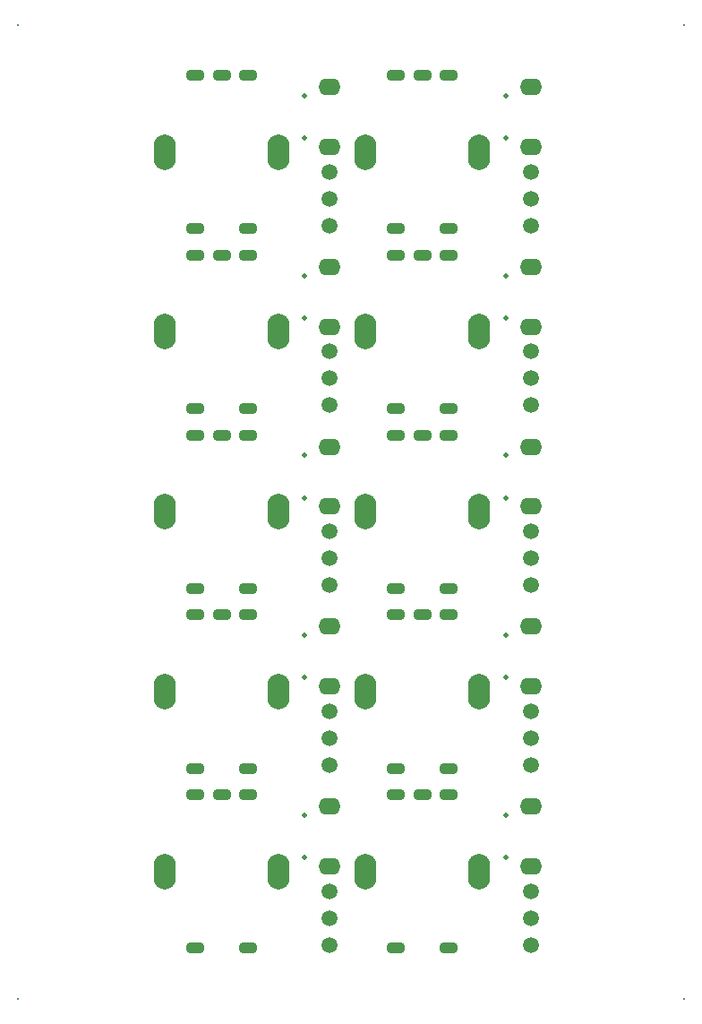
<source format=gbr>
%TF.GenerationSoftware,Altium Limited,Altium Designer,20.1.8 (145)*%
G04 Layer_Color=39423*
%FSLAX45Y45*%
%MOMM*%
%TF.SameCoordinates,0E9F4796-1360-41E2-86C3-8BEED11D2ECA*%
%TF.FilePolarity,Negative*%
%TF.FileFunction,Soldermask,Top*%
%TF.Part,CustomerPanel*%
G01*
G75*
%TA.AperFunction,WasherPad*%
%ADD41C,0.20320*%
%TA.AperFunction,ComponentPad*%
G04:AMPARAMS|DCode=42|XSize=2.1mm|YSize=3.35mm|CornerRadius=1.05mm|HoleSize=0mm|Usage=FLASHONLY|Rotation=180.000|XOffset=0mm|YOffset=0mm|HoleType=Round|Shape=RoundedRectangle|*
%AMROUNDEDRECTD42*
21,1,2.10000,1.25000,0,0,180.0*
21,1,0.00000,3.35000,0,0,180.0*
1,1,2.10000,0.00000,0.62500*
1,1,2.10000,0.00000,0.62500*
1,1,2.10000,0.00000,-0.62500*
1,1,2.10000,0.00000,-0.62500*
%
%ADD42ROUNDEDRECTD42*%
%ADD43O,2.10000X3.35000*%
%ADD44O,1.80000X1.10000*%
%ADD45O,2.10000X1.60000*%
%ADD46C,0.50000*%
G04:AMPARAMS|DCode=47|XSize=1.5mm|YSize=1.5mm|CornerRadius=0.75mm|HoleSize=0mm|Usage=FLASHONLY|Rotation=270.000|XOffset=0mm|YOffset=0mm|HoleType=Round|Shape=RoundedRectangle|*
%AMROUNDEDRECTD47*
21,1,1.50000,0.00000,0,0,270.0*
21,1,0.00000,1.50000,0,0,270.0*
1,1,1.50000,0.00000,0.00000*
1,1,1.50000,0.00000,0.00000*
1,1,1.50000,0.00000,0.00000*
1,1,1.50000,0.00000,0.00000*
%
%ADD47ROUNDEDRECTD47*%
D41*
X6600000Y9500000D02*
D03*
X300000D02*
D03*
X6600000Y300000D02*
D03*
X300000D02*
D03*
D42*
X2765300Y1500500D02*
D03*
X4665300D02*
D03*
X2765300Y3200500D02*
D03*
X4665300D02*
D03*
X2765300Y4900500D02*
D03*
X4665300D02*
D03*
X2765300Y6600500D02*
D03*
X4665300D02*
D03*
X2765300Y8300500D02*
D03*
X4665300D02*
D03*
D43*
X1690300Y1500500D02*
D03*
X3590300D02*
D03*
X1690300Y3200500D02*
D03*
X3590300D02*
D03*
X1690300Y4900500D02*
D03*
X3590300D02*
D03*
X1690300Y6600500D02*
D03*
X3590300D02*
D03*
X1690300Y8300500D02*
D03*
X3590300D02*
D03*
D44*
X2477800Y2225500D02*
D03*
X1977800D02*
D03*
X2227800D02*
D03*
X2477800Y775500D02*
D03*
X1977800D02*
D03*
X4377800Y2225500D02*
D03*
X3877800D02*
D03*
X4127800D02*
D03*
X4377800Y775500D02*
D03*
X3877800D02*
D03*
X2477800Y3925500D02*
D03*
X1977800D02*
D03*
X2227800D02*
D03*
X2477800Y2475500D02*
D03*
X1977800D02*
D03*
X4377800Y3925500D02*
D03*
X3877800D02*
D03*
X4127800D02*
D03*
X4377800Y2475500D02*
D03*
X3877800D02*
D03*
X2477800Y5625500D02*
D03*
X1977800D02*
D03*
X2227800D02*
D03*
X2477800Y4175500D02*
D03*
X1977800D02*
D03*
X4377800Y5625500D02*
D03*
X3877800D02*
D03*
X4127800D02*
D03*
X4377800Y4175500D02*
D03*
X3877800D02*
D03*
X2477800Y7325500D02*
D03*
X1977800D02*
D03*
X2227800D02*
D03*
X2477800Y5875500D02*
D03*
X1977800D02*
D03*
X4377800Y7325500D02*
D03*
X3877800D02*
D03*
X4127800D02*
D03*
X4377800Y5875500D02*
D03*
X3877800D02*
D03*
X2477800Y9025500D02*
D03*
X1977800D02*
D03*
X2227800D02*
D03*
X2477800Y7575500D02*
D03*
X1977800D02*
D03*
X4377800Y9025500D02*
D03*
X3877800D02*
D03*
X4127800D02*
D03*
X4377800Y7575500D02*
D03*
X3877800D02*
D03*
D45*
X3248800Y1549000D02*
D03*
Y2115000D02*
D03*
X5148800Y1549000D02*
D03*
Y2115000D02*
D03*
X3248800Y3249000D02*
D03*
Y3815000D02*
D03*
X5148800Y3249000D02*
D03*
Y3815000D02*
D03*
X3248800Y4949000D02*
D03*
Y5515000D02*
D03*
X5148800Y4949000D02*
D03*
Y5515000D02*
D03*
X3248800Y6649000D02*
D03*
Y7215000D02*
D03*
X5148800Y6649000D02*
D03*
Y7215000D02*
D03*
X3248800Y8349000D02*
D03*
Y8915000D02*
D03*
X5148800Y8349000D02*
D03*
Y8915000D02*
D03*
D46*
X3013800Y1632000D02*
D03*
Y2032000D02*
D03*
X4913800Y1632000D02*
D03*
Y2032000D02*
D03*
X3013800Y3332000D02*
D03*
Y3732000D02*
D03*
X4913800Y3332000D02*
D03*
Y3732000D02*
D03*
X3013800Y5032000D02*
D03*
Y5432000D02*
D03*
X4913800Y5032000D02*
D03*
Y5432000D02*
D03*
X3013800Y6732000D02*
D03*
Y7132000D02*
D03*
X4913800Y6732000D02*
D03*
Y7132000D02*
D03*
X3013800Y8432000D02*
D03*
Y8832000D02*
D03*
X4913800Y8432000D02*
D03*
Y8832000D02*
D03*
D47*
X3248800Y806680D02*
D03*
Y1314680D02*
D03*
Y1060680D02*
D03*
X5148800Y806680D02*
D03*
Y1314680D02*
D03*
Y1060680D02*
D03*
X3248800Y2506680D02*
D03*
Y3014680D02*
D03*
Y2760680D02*
D03*
X5148800Y2506680D02*
D03*
Y3014680D02*
D03*
Y2760680D02*
D03*
X3248800Y4206680D02*
D03*
Y4714680D02*
D03*
Y4460680D02*
D03*
X5148800Y4206680D02*
D03*
Y4714680D02*
D03*
Y4460680D02*
D03*
X3248800Y5906680D02*
D03*
Y6414680D02*
D03*
Y6160680D02*
D03*
X5148800Y5906680D02*
D03*
Y6414680D02*
D03*
Y6160680D02*
D03*
X3248800Y7606680D02*
D03*
Y8114680D02*
D03*
Y7860680D02*
D03*
X5148800Y7606680D02*
D03*
Y8114680D02*
D03*
Y7860680D02*
D03*
%TF.MD5,31efa6008eae5cd4d304e4a2897e55fa*%
M02*

</source>
